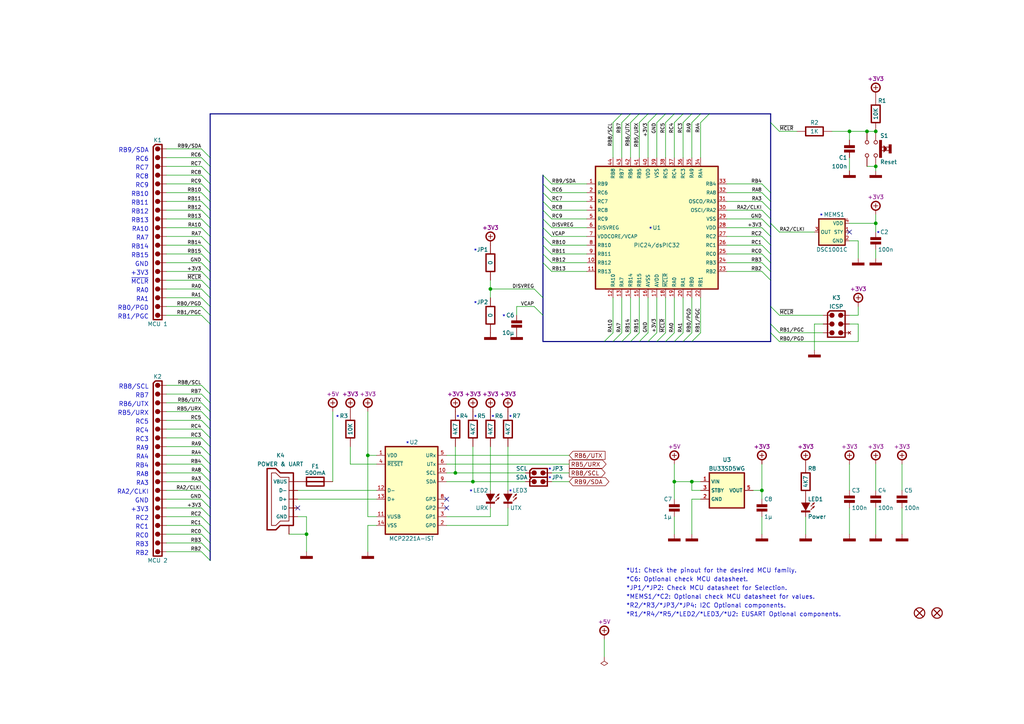
<source format=kicad_sch>
(kicad_sch (version 20211123) (generator eeschema)
  (paper "A4")
  (title_block (title "PIC16-Bit Nano Trainer") (date "01/2022") (rev "A"))
  (junction (at 132.08 137.16) (diameter 0.9144))
  (junction (at 200.66 139.7) (diameter 0.9144))
  (junction (at 220.98 142.24) (diameter 0.9144))
  (junction (at 137.16 139.7) (diameter 0.9144))
  (junction (at 246.38 38.1) (diameter 0.9144))
  (junction (at 88.9 154.94))
  (junction (at 251.46 38.1))
  (junction (at 254 64.77) (diameter 0.9144))
  (junction (at 142.24 83.82))
  (junction (at 254 48.26))
  (junction (at 106.68 132.08))
  (junction (at 254 38.1))
  (junction (at 195.58 139.7) (diameter 0.9144))
  (no_connect (at 246.38 67.31))
  (no_connect (at 129.54 144.78))
  (no_connect (at 129.54 147.32))
  (no_connect (at 86.36 147.32))
  (bus_entry (at 180.34 99.06) (size 2.54 -2.54))
  (bus_entry (at 182.88 99.06) (size 2.54 -2.54))
  (bus_entry (at 185.42 99.06) (size 2.54 -2.54))
  (bus_entry (at 187.96 99.06) (size 2.54 -2.54))
  (bus_entry (at 190.5 99.06) (size 2.54 -2.54))
  (bus_entry (at 193.04 99.06) (size 2.54 -2.54))
  (bus_entry (at 195.58 99.06) (size 2.54 -2.54))
  (bus_entry (at 198.12 99.06) (size 2.54 -2.54))
  (bus_entry (at 200.66 99.06) (size 2.54 -2.54))
  (bus_entry (at 223.52 88.9) (size 2.54 2.54))
  (bus_entry (at 223.52 93.98) (size 2.54 2.54))
  (bus_entry (at 223.52 96.52) (size 2.54 2.54))
  (bus_entry (at 175.26 99.06) (size 2.54 -2.54))
  (bus_entry (at 177.8 99.06) (size 2.54 -2.54))
  (bus_entry (at 157.48 50.8) (size 2.54 2.54))
  (bus_entry (at 157.48 53.34) (size 2.54 2.54))
  (bus_entry (at 157.48 55.88) (size 2.54 2.54))
  (bus_entry (at 157.48 58.42) (size 2.54 2.54))
  (bus_entry (at 157.48 60.96) (size 2.54 2.54))
  (bus_entry (at 157.48 63.5) (size 2.54 2.54))
  (bus_entry (at 157.48 66.04) (size 2.54 2.54))
  (bus_entry (at 157.48 68.58) (size 2.54 2.54))
  (bus_entry (at 157.48 71.12) (size 2.54 2.54))
  (bus_entry (at 157.48 73.66) (size 2.54 2.54))
  (bus_entry (at 157.48 76.2) (size 2.54 2.54))
  (bus_entry (at 223.52 35.56) (size 2.54 2.54))
  (bus_entry (at 177.8 35.56) (size 2.54 -2.54))
  (bus_entry (at 180.34 35.56) (size 2.54 -2.54))
  (bus_entry (at 182.88 35.56) (size 2.54 -2.54))
  (bus_entry (at 185.42 35.56) (size 2.54 -2.54))
  (bus_entry (at 187.96 35.56) (size 2.54 -2.54))
  (bus_entry (at 190.5 35.56) (size 2.54 -2.54))
  (bus_entry (at 193.04 35.56) (size 2.54 -2.54))
  (bus_entry (at 195.58 35.56) (size 2.54 -2.54))
  (bus_entry (at 198.12 35.56) (size 2.54 -2.54))
  (bus_entry (at 200.66 35.56) (size 2.54 -2.54))
  (bus_entry (at 220.98 58.42) (size 2.54 2.54))
  (bus_entry (at 220.98 60.96) (size 2.54 2.54))
  (bus_entry (at 220.98 63.5) (size 2.54 2.54))
  (bus_entry (at 220.98 66.04) (size 2.54 2.54))
  (bus_entry (at 220.98 68.58) (size 2.54 2.54))
  (bus_entry (at 220.98 71.12) (size 2.54 2.54))
  (bus_entry (at 220.98 73.66) (size 2.54 2.54))
  (bus_entry (at 220.98 76.2) (size 2.54 2.54))
  (bus_entry (at 220.98 78.74) (size 2.54 2.54))
  (bus_entry (at 58.42 114.3) (size 2.54 2.54))
  (bus_entry (at 154.94 83.82) (size 2.54 2.54))
  (bus_entry (at 58.42 43.18) (size 2.54 2.54))
  (bus_entry (at 58.42 48.26) (size 2.54 2.54))
  (bus_entry (at 58.42 50.8) (size 2.54 2.54))
  (bus_entry (at 58.42 53.34) (size 2.54 2.54))
  (bus_entry (at 58.42 55.88) (size 2.54 2.54))
  (bus_entry (at 58.42 58.42) (size 2.54 2.54))
  (bus_entry (at 58.42 60.96) (size 2.54 2.54))
  (bus_entry (at 58.42 63.5) (size 2.54 2.54))
  (bus_entry (at 58.42 66.04) (size 2.54 2.54))
  (bus_entry (at 58.42 68.58) (size 2.54 2.54))
  (bus_entry (at 58.42 71.12) (size 2.54 2.54))
  (bus_entry (at 58.42 73.66) (size 2.54 2.54))
  (bus_entry (at 58.42 76.2) (size 2.54 2.54))
  (bus_entry (at 58.42 78.74) (size 2.54 2.54))
  (bus_entry (at 58.42 81.28) (size 2.54 2.54))
  (bus_entry (at 58.42 83.82) (size 2.54 2.54))
  (bus_entry (at 58.42 86.36) (size 2.54 2.54))
  (bus_entry (at 58.42 88.9) (size 2.54 2.54))
  (bus_entry (at 58.42 91.44) (size 2.54 2.54))
  (bus_entry (at 58.42 111.76) (size 2.54 2.54))
  (bus_entry (at 58.42 116.84) (size 2.54 2.54))
  (bus_entry (at 58.42 119.38) (size 2.54 2.54))
  (bus_entry (at 58.42 121.92) (size 2.54 2.54))
  (bus_entry (at 58.42 124.46) (size 2.54 2.54))
  (bus_entry (at 58.42 127) (size 2.54 2.54))
  (bus_entry (at 58.42 129.54) (size 2.54 2.54))
  (bus_entry (at 58.42 132.08) (size 2.54 2.54))
  (bus_entry (at 58.42 134.62) (size 2.54 2.54))
  (bus_entry (at 58.42 137.16) (size 2.54 2.54))
  (bus_entry (at 58.42 139.7) (size 2.54 2.54))
  (bus_entry (at 58.42 142.24) (size 2.54 2.54))
  (bus_entry (at 58.42 144.78) (size 2.54 2.54))
  (bus_entry (at 58.42 147.32) (size 2.54 2.54))
  (bus_entry (at 58.42 149.86) (size 2.54 2.54))
  (bus_entry (at 58.42 152.4) (size 2.54 2.54))
  (bus_entry (at 58.42 154.94) (size 2.54 2.54))
  (bus_entry (at 58.42 157.48) (size 2.54 2.54))
  (bus_entry (at 58.42 160.02) (size 2.54 2.54))
  (bus_entry (at 220.98 53.34) (size 2.54 2.54))
  (bus_entry (at 220.98 55.88) (size 2.54 2.54))
  (bus_entry (at 157.48 91.44) (size -2.54 -2.54))
  (bus_entry (at 58.42 45.72) (size 2.54 2.54))
  (bus_entry (at 223.52 64.77) (size 2.54 2.54))
  (bus_entry (at 203.2 35.56) (size 2.54 -2.54))
  (bus (pts (xy 157.48 58.42) (xy 157.48 60.96)))
  (wire (pts (xy 48.26 63.5) (xy 58.42 63.5)))
  (wire (pts (xy 48.26 134.62) (xy 58.42 134.62)))
  (wire (pts (xy 48.26 78.74) (xy 58.42 78.74)))
  (bus (pts (xy 223.52 33.02) (xy 223.52 35.56)))
  (wire (pts (xy 160.02 68.58) (xy 170.18 68.58)))
  (wire (pts (xy 149.86 88.9) (xy 149.86 91.44)))
  (wire (pts (xy 149.86 88.9) (xy 154.94 88.9)))
  (wire (pts (xy 210.82 60.96) (xy 220.98 60.96)))
  (wire (pts (xy 106.68 152.4) (xy 106.68 160.02)))
  (wire (pts (xy 109.22 152.4) (xy 106.68 152.4)))
  (wire (pts (xy 48.26 116.84) (xy 58.42 116.84)))
  (bus (pts (xy 223.52 73.66) (xy 223.52 76.2)))
  (wire (pts (xy 246.38 38.1) (xy 246.38 40.64)))
  (wire (pts (xy 187.96 86.36) (xy 187.96 96.52)))
  (wire (pts (xy 48.26 50.8) (xy 58.42 50.8)))
  (wire (pts (xy 129.54 152.4) (xy 147.32 152.4)))
  (wire (pts (xy 147.32 152.4) (xy 147.32 147.32)))
  (bus (pts (xy 60.96 78.74) (xy 60.96 81.28)))
  (wire (pts (xy 48.26 144.78) (xy 58.42 144.78)))
  (wire (pts (xy 210.82 73.66) (xy 220.98 73.66)))
  (bus (pts (xy 200.66 99.06) (xy 223.52 99.06)))
  (wire (pts (xy 254 62.23) (xy 254 64.77)))
  (wire (pts (xy 254 64.77) (xy 254 67.31)))
  (wire (pts (xy 129.54 134.62) (xy 165.1 134.62)))
  (bus (pts (xy 60.96 160.02) (xy 60.96 162.56)))
  (wire (pts (xy 187.96 35.56) (xy 187.96 45.72)))
  (bus (pts (xy 60.96 81.28) (xy 60.96 83.82)))
  (wire (pts (xy 246.38 45.72) (xy 246.38 49.53)))
  (bus (pts (xy 60.96 121.92) (xy 60.96 124.46)))
  (bus (pts (xy 223.52 63.5) (xy 223.52 64.77)))
  (wire (pts (xy 86.36 149.86) (xy 88.9 149.86)))
  (wire (pts (xy 88.9 149.86) (xy 88.9 154.94)))
  (bus (pts (xy 157.48 66.04) (xy 157.48 68.58)))
  (wire (pts (xy 48.26 121.92) (xy 58.42 121.92)))
  (bus (pts (xy 60.96 137.16) (xy 60.96 139.7)))
  (wire (pts (xy 147.32 142.24) (xy 147.32 129.54)))
  (bus (pts (xy 223.52 96.52) (xy 223.52 99.06)))
  (wire (pts (xy 254 134.62) (xy 254 142.24)))
  (bus (pts (xy 190.5 99.06) (xy 193.04 99.06)))
  (bus (pts (xy 60.96 139.7) (xy 60.96 142.24)))
  (wire (pts (xy 261.62 134.62) (xy 261.62 142.24)))
  (wire (pts (xy 48.26 55.88) (xy 58.42 55.88)))
  (bus (pts (xy 223.52 66.04) (xy 223.52 68.58)))
  (wire (pts (xy 218.44 142.24) (xy 220.98 142.24)))
  (wire (pts (xy 48.26 71.12) (xy 58.42 71.12)))
  (wire (pts (xy 195.58 139.7) (xy 200.66 139.7)))
  (wire (pts (xy 200.66 139.7) (xy 203.2 139.7)))
  (bus (pts (xy 223.52 76.2) (xy 223.52 78.74)))
  (wire (pts (xy 198.12 86.36) (xy 198.12 96.52)))
  (wire (pts (xy 48.26 48.26) (xy 58.42 48.26)))
  (bus (pts (xy 223.52 60.96) (xy 223.52 63.5)))
  (bus (pts (xy 60.96 66.04) (xy 60.96 68.58)))
  (wire (pts (xy 48.26 43.18) (xy 58.42 43.18)))
  (wire (pts (xy 248.92 69.85) (xy 248.92 74.93)))
  (wire (pts (xy 160.02 76.2) (xy 170.18 76.2)))
  (bus (pts (xy 60.96 116.84) (xy 60.96 119.38)))
  (wire (pts (xy 226.06 91.44) (xy 238.76 91.44)))
  (bus (pts (xy 223.52 58.42) (xy 223.52 60.96)))
  (wire (pts (xy 48.26 88.9) (xy 58.42 88.9)))
  (bus (pts (xy 198.12 99.06) (xy 200.66 99.06)))
  (bus (pts (xy 223.52 68.58) (xy 223.52 71.12)))
  (bus (pts (xy 157.48 68.58) (xy 157.48 71.12)))
  (bus (pts (xy 157.48 53.34) (xy 157.48 55.88)))
  (wire (pts (xy 160.02 73.66) (xy 170.18 73.66)))
  (wire (pts (xy 48.26 129.54) (xy 58.42 129.54)))
  (bus (pts (xy 60.96 83.82) (xy 60.96 86.36)))
  (wire (pts (xy 48.26 127) (xy 58.42 127)))
  (bus (pts (xy 60.96 147.32) (xy 60.96 149.86)))
  (bus (pts (xy 60.96 142.24) (xy 60.96 144.78)))
  (bus (pts (xy 185.42 33.02) (xy 187.96 33.02)))
  (wire (pts (xy 246.38 69.85) (xy 248.92 69.85)))
  (bus (pts (xy 60.96 144.78) (xy 60.96 147.32)))
  (bus (pts (xy 60.96 93.98) (xy 60.96 114.3)))
  (bus (pts (xy 182.88 33.02) (xy 185.42 33.02)))
  (wire (pts (xy 48.26 60.96) (xy 58.42 60.96)))
  (wire (pts (xy 233.68 149.86) (xy 233.68 154.94)))
  (bus (pts (xy 60.96 86.36) (xy 60.96 88.9)))
  (wire (pts (xy 137.16 129.54) (xy 137.16 139.7)))
  (wire (pts (xy 175.26 185.42) (xy 175.26 190.5)))
  (bus (pts (xy 60.96 114.3) (xy 60.96 116.84)))
  (bus (pts (xy 60.96 157.48) (xy 60.96 160.02)))
  (wire (pts (xy 195.58 134.62) (xy 195.58 139.7)))
  (wire (pts (xy 195.58 139.7) (xy 195.58 144.78)))
  (wire (pts (xy 48.26 83.82) (xy 58.42 83.82)))
  (bus (pts (xy 60.96 152.4) (xy 60.96 154.94)))
  (wire (pts (xy 182.88 86.36) (xy 182.88 96.52)))
  (bus (pts (xy 205.74 33.02) (xy 223.52 33.02)))
  (bus (pts (xy 203.2 33.02) (xy 205.74 33.02)))
  (wire (pts (xy 48.26 152.4) (xy 58.42 152.4)))
  (bus (pts (xy 180.34 33.02) (xy 182.88 33.02)))
  (wire (pts (xy 160.02 63.5) (xy 170.18 63.5)))
  (wire (pts (xy 48.26 124.46) (xy 58.42 124.46)))
  (bus (pts (xy 223.52 71.12) (xy 223.52 73.66)))
  (wire (pts (xy 254 48.26) (xy 254 49.53)))
  (wire (pts (xy 226.06 38.1) (xy 231.14 38.1)))
  (wire (pts (xy 48.26 154.94) (xy 58.42 154.94)))
  (bus (pts (xy 60.96 71.12) (xy 60.96 73.66)))
  (wire (pts (xy 160.02 53.34) (xy 170.18 53.34)))
  (wire (pts (xy 160.02 137.16) (xy 165.1 137.16)))
  (wire (pts (xy 203.2 35.56) (xy 203.2 45.72)))
  (bus (pts (xy 60.96 132.08) (xy 60.96 134.62)))
  (wire (pts (xy 182.88 35.56) (xy 182.88 45.72)))
  (bus (pts (xy 175.26 99.06) (xy 177.8 99.06)))
  (bus (pts (xy 223.52 55.88) (xy 223.52 58.42)))
  (wire (pts (xy 226.06 99.06) (xy 248.92 99.06)))
  (wire (pts (xy 246.38 93.98) (xy 248.92 93.98)))
  (wire (pts (xy 248.92 93.98) (xy 248.92 99.06)))
  (wire (pts (xy 48.26 132.08) (xy 58.42 132.08)))
  (bus (pts (xy 157.48 91.44) (xy 157.48 99.06)))
  (wire (pts (xy 246.38 134.62) (xy 246.38 142.24)))
  (wire (pts (xy 210.82 71.12) (xy 220.98 71.12)))
  (bus (pts (xy 182.88 99.06) (xy 185.42 99.06)))
  (wire (pts (xy 210.82 76.2) (xy 220.98 76.2)))
  (bus (pts (xy 60.96 88.9) (xy 60.96 91.44)))
  (bus (pts (xy 157.48 71.12) (xy 157.48 73.66)))
  (bus (pts (xy 60.96 127) (xy 60.96 129.54)))
  (wire (pts (xy 48.26 66.04) (xy 58.42 66.04)))
  (wire (pts (xy 220.98 149.86) (xy 220.98 154.94)))
  (bus (pts (xy 60.96 154.94) (xy 60.96 157.48)))
  (wire (pts (xy 132.08 129.54) (xy 132.08 137.16)))
  (wire (pts (xy 251.46 38.1) (xy 254 38.1)))
  (wire (pts (xy 200.66 35.56) (xy 200.66 45.72)))
  (bus (pts (xy 198.12 33.02) (xy 200.66 33.02)))
  (bus (pts (xy 60.96 129.54) (xy 60.96 132.08)))
  (wire (pts (xy 129.54 139.7) (xy 137.16 139.7)))
  (wire (pts (xy 137.16 139.7) (xy 152.4 139.7)))
  (bus (pts (xy 60.96 33.02) (xy 60.96 45.72)))
  (bus (pts (xy 60.96 33.02) (xy 180.34 33.02)))
  (bus (pts (xy 157.48 50.8) (xy 157.48 53.34)))
  (bus (pts (xy 157.48 99.06) (xy 175.26 99.06)))
  (wire (pts (xy 48.26 119.38) (xy 58.42 119.38)))
  (wire (pts (xy 48.26 53.34) (xy 58.42 53.34)))
  (wire (pts (xy 180.34 86.36) (xy 180.34 96.52)))
  (bus (pts (xy 60.96 149.86) (xy 60.96 152.4)))
  (bus (pts (xy 60.96 53.34) (xy 60.96 55.88)))
  (wire (pts (xy 254 147.32) (xy 254 154.94)))
  (wire (pts (xy 48.26 139.7) (xy 58.42 139.7)))
  (bus (pts (xy 60.96 63.5) (xy 60.96 66.04)))
  (wire (pts (xy 48.26 147.32) (xy 58.42 147.32)))
  (bus (pts (xy 60.96 50.8) (xy 60.96 53.34)))
  (wire (pts (xy 251.46 48.26) (xy 254 48.26)))
  (wire (pts (xy 236.22 93.98) (xy 236.22 101.6)))
  (wire (pts (xy 238.76 93.98) (xy 236.22 93.98)))
  (bus (pts (xy 157.48 73.66) (xy 157.48 76.2)))
  (wire (pts (xy 96.52 119.38) (xy 96.52 139.7)))
  (wire (pts (xy 185.42 86.36) (xy 185.42 96.52)))
  (bus (pts (xy 60.96 73.66) (xy 60.96 76.2)))
  (wire (pts (xy 226.06 67.31) (xy 236.22 67.31)))
  (bus (pts (xy 180.34 99.06) (xy 182.88 99.06)))
  (bus (pts (xy 60.96 48.26) (xy 60.96 50.8)))
  (wire (pts (xy 48.26 81.28) (xy 58.42 81.28)))
  (bus (pts (xy 60.96 60.96) (xy 60.96 63.5)))
  (wire (pts (xy 180.34 35.56) (xy 180.34 45.72)))
  (wire (pts (xy 48.26 160.02) (xy 58.42 160.02)))
  (wire (pts (xy 142.24 142.24) (xy 142.24 129.54)))
  (bus (pts (xy 195.58 99.06) (xy 198.12 99.06)))
  (wire (pts (xy 254 72.39) (xy 254 74.93)))
  (bus (pts (xy 185.42 99.06) (xy 187.96 99.06)))
  (wire (pts (xy 48.26 137.16) (xy 58.42 137.16)))
  (wire (pts (xy 48.26 91.44) (xy 58.42 91.44)))
  (bus (pts (xy 60.96 68.58) (xy 60.96 71.12)))
  (bus (pts (xy 223.52 78.74) (xy 223.52 81.28)))
  (wire (pts (xy 101.6 134.62) (xy 101.6 129.54)))
  (wire (pts (xy 109.22 134.62) (xy 101.6 134.62)))
  (wire (pts (xy 200.66 144.78) (xy 200.66 154.94)))
  (wire (pts (xy 203.2 144.78) (xy 200.66 144.78)))
  (wire (pts (xy 193.04 35.56) (xy 193.04 45.72)))
  (bus (pts (xy 60.96 124.46) (xy 60.96 127)))
  (wire (pts (xy 177.8 35.56) (xy 177.8 45.72)))
  (wire (pts (xy 210.82 78.74) (xy 220.98 78.74)))
  (wire (pts (xy 48.26 157.48) (xy 58.42 157.48)))
  (wire (pts (xy 203.2 86.36) (xy 203.2 96.52)))
  (wire (pts (xy 210.82 53.34) (xy 220.98 53.34)))
  (bus (pts (xy 60.96 134.62) (xy 60.96 137.16)))
  (bus (pts (xy 177.8 99.06) (xy 180.34 99.06)))
  (bus (pts (xy 60.96 119.38) (xy 60.96 121.92)))
  (wire (pts (xy 160.02 139.7) (xy 165.1 139.7)))
  (wire (pts (xy 160.02 58.42) (xy 170.18 58.42)))
  (bus (pts (xy 157.48 60.96) (xy 157.48 63.5)))
  (bus (pts (xy 193.04 99.06) (xy 195.58 99.06)))
  (bus (pts (xy 200.66 33.02) (xy 203.2 33.02)))
  (bus (pts (xy 187.96 33.02) (xy 190.5 33.02)))
  (wire (pts (xy 48.26 149.86) (xy 58.42 149.86)))
  (wire (pts (xy 48.26 68.58) (xy 58.42 68.58)))
  (wire (pts (xy 200.66 86.36) (xy 200.66 96.52)))
  (wire (pts (xy 185.42 35.56) (xy 185.42 45.72)))
  (wire (pts (xy 48.26 142.24) (xy 58.42 142.24)))
  (bus (pts (xy 60.96 91.44) (xy 60.96 93.98)))
  (wire (pts (xy 246.38 64.77) (xy 254 64.77)))
  (wire (pts (xy 210.82 58.42) (xy 220.98 58.42)))
  (bus (pts (xy 223.52 35.56) (xy 223.52 55.88)))
  (wire (pts (xy 48.26 111.76) (xy 58.42 111.76)))
  (wire (pts (xy 210.82 68.58) (xy 220.98 68.58)))
  (wire (pts (xy 241.3 38.1) (xy 246.38 38.1)))
  (wire (pts (xy 246.38 38.1) (xy 251.46 38.1)))
  (bus (pts (xy 223.52 88.9) (xy 223.52 93.98)))
  (wire (pts (xy 160.02 66.04) (xy 170.18 66.04)))
  (wire (pts (xy 210.82 66.04) (xy 220.98 66.04)))
  (wire (pts (xy 48.26 58.42) (xy 58.42 58.42)))
  (bus (pts (xy 190.5 33.02) (xy 193.04 33.02)))
  (wire (pts (xy 190.5 35.56) (xy 190.5 45.72)))
  (wire (pts (xy 160.02 78.74) (xy 170.18 78.74)))
  (wire (pts (xy 86.36 144.78) (xy 109.22 144.78)))
  (bus (pts (xy 157.48 86.36) (xy 157.48 91.44)))
  (wire (pts (xy 142.24 83.82) (xy 154.94 83.82)))
  (wire (pts (xy 129.54 149.86) (xy 142.24 149.86)))
  (wire (pts (xy 142.24 147.32) (xy 142.24 149.86)))
  (wire (pts (xy 160.02 71.12) (xy 170.18 71.12)))
  (bus (pts (xy 60.96 55.88) (xy 60.96 58.42)))
  (bus (pts (xy 60.96 76.2) (xy 60.96 78.74)))
  (wire (pts (xy 246.38 147.32) (xy 246.38 154.94)))
  (wire (pts (xy 48.26 114.3) (xy 58.42 114.3)))
  (wire (pts (xy 195.58 86.36) (xy 195.58 96.52)))
  (wire (pts (xy 195.58 149.86) (xy 195.58 154.94)))
  (wire (pts (xy 248.92 88.9) (xy 248.92 91.44)))
  (wire (pts (xy 48.26 45.72) (xy 58.42 45.72)))
  (wire (pts (xy 106.68 149.86) (xy 106.68 132.08)))
  (wire (pts (xy 109.22 149.86) (xy 106.68 149.86)))
  (bus (pts (xy 60.96 45.72) (xy 60.96 48.26)))
  (bus (pts (xy 193.04 33.02) (xy 195.58 33.02)))
  (bus (pts (xy 223.52 93.98) (xy 223.52 96.52)))
  (wire (pts (xy 210.82 63.5) (xy 220.98 63.5)))
  (wire (pts (xy 177.8 86.36) (xy 177.8 96.52)))
  (bus (pts (xy 157.48 76.2) (xy 157.48 86.36)))
  (wire (pts (xy 160.02 55.88) (xy 170.18 55.88)))
  (wire (pts (xy 129.54 132.08) (xy 165.1 132.08)))
  (wire (pts (xy 193.04 86.36) (xy 193.04 96.52)))
  (wire (pts (xy 142.24 81.28) (xy 142.24 83.82)))
  (wire (pts (xy 142.24 83.82) (xy 142.24 86.36)))
  (wire (pts (xy 200.66 142.24) (xy 200.66 139.7)))
  (wire (pts (xy 203.2 142.24) (xy 200.66 142.24)))
  (wire (pts (xy 48.26 76.2) (xy 58.42 76.2)))
  (wire (pts (xy 83.82 154.94) (xy 88.9 154.94)))
  (wire (pts (xy 246.38 91.44) (xy 248.92 91.44)))
  (bus (pts (xy 195.58 33.02) (xy 198.12 33.02)))
  (wire (pts (xy 160.02 60.96) (xy 170.18 60.96)))
  (bus (pts (xy 187.96 99.06) (xy 190.5 99.06)))
  (wire (pts (xy 210.82 55.88) (xy 220.98 55.88)))
  (wire (pts (xy 106.68 132.08) (xy 109.22 132.08)))
  (wire (pts (xy 88.9 154.94) (xy 88.9 160.02)))
  (bus (pts (xy 60.96 58.42) (xy 60.96 60.96)))
  (bus (pts (xy 157.48 55.88) (xy 157.48 58.42)))
  (wire (pts (xy 48.26 73.66) (xy 58.42 73.66)))
  (wire (pts (xy 190.5 86.36) (xy 190.5 96.52)))
  (wire (pts (xy 86.36 142.24) (xy 109.22 142.24)))
  (wire (pts (xy 198.12 35.56) (xy 198.12 45.72)))
  (bus (pts (xy 223.52 81.28) (xy 223.52 88.9)))
  (wire (pts (xy 220.98 134.62) (xy 220.98 142.24)))
  (wire (pts (xy 220.98 142.24) (xy 220.98 144.78)))
  (wire (pts (xy 226.06 96.52) (xy 238.76 96.52)))
  (wire (pts (xy 261.62 147.32) (xy 261.62 154.94)))
  (wire (pts (xy 129.54 137.16) (xy 132.08 137.16)))
  (wire (pts (xy 132.08 137.16) (xy 152.4 137.16)))
  (bus (pts (xy 157.48 63.5) (xy 157.48 66.04)))
  (wire (pts (xy 48.26 86.36) (xy 58.42 86.36)))
  (wire (pts (xy 106.68 119.38) (xy 106.68 132.08)))
  (wire (pts (xy 195.58 35.56) (xy 195.58 45.72)))
  (bus (pts (xy 223.52 64.77) (xy 223.52 66.04)))
  (text "RC9" (at 43.18 54.61 180) (effects (font (size 1.27 1.27)) (justify right bottom)))
  (text "RA2/CLKI" (at 43.18 143.51 180) (effects (font (size 1.27 1.27)) (justify right bottom)))
  (text "RB12" (at 43.18 62.23 180) (effects (font (size 1.27 1.27)) (justify right bottom)))
  (text "*" (at 148.59 143.51 180) (effects (font (size 1.15 1.15)) (justify right bottom)))
  (text "*" (at 138.43 73.66 180) (effects (font (size 1.15 1.15)) (justify right bottom)))
  (text "RC7" (at 43.18 49.53 180) (effects (font (size 1.27 1.27)) (justify right bottom)))
  (text "RB8/SCL" (at 43.18 113.03 180) (effects (font (size 1.27 1.27)) (justify right bottom)))
  (text "GND" (at 43.18 146.05 180) (effects (font (size 1.27 1.27)) (justify right bottom)))
  (text "RB14" (at 43.18 72.39 180) (effects (font (size 1.27 1.27)) (justify right bottom)))
  (text "RB2" (at 43.18 161.29 180) (effects (font (size 1.27 1.27)) (justify right bottom)))
  (text "*" (at 160.02 137.16 180) (effects (font (size 1.15 1.15)) (justify right bottom)))
  (text "*" (at 255.27 68.58 180) (effects (font (size 1.15 1.15)) (justify right bottom)))
  (text "RB13" (at 43.18 64.77 180) (effects (font (size 1.27 1.27)) (justify right bottom)))
  (text "RC0" (at 43.18 156.21 180) (effects (font (size 1.27 1.27)) (justify right bottom)))
  (text "RA9" (at 43.18 130.81 180) (effects (font (size 1.27 1.27)) (justify right bottom)))
  (text "*" (at 148.59 121.92 180) (effects (font (size 1.15 1.15)) (justify right bottom)))
  (text "~{MCLR}" (at 43.18 82.55 180) (effects (font (size 1.27 1.27)) (justify right bottom)))
  (text "RA10" (at 43.18 67.31 180) (effects (font (size 1.27 1.27)) (justify right bottom)))
  (text "RB11" (at 43.18 59.69 180) (effects (font (size 1.27 1.27)) (justify right bottom)))
  (text "RC1" (at 43.18 153.67 180) (effects (font (size 1.27 1.27)) (justify right bottom)))
  (text "RB15" (at 43.18 74.93 180) (effects (font (size 1.27 1.27)) (justify right bottom)))
  (text "RA3" (at 43.18 140.97 180) (effects (font (size 1.27 1.27)) (justify right bottom)))
  (text "RC4" (at 43.18 125.73 180) (effects (font (size 1.27 1.27)) (justify right bottom)))
  (text "RB5/URX" (at 43.18 120.65 180) (effects (font (size 1.27 1.27)) (justify right bottom)))
  (text "*R1/*R4/*R5/*LED2/*LED3/*U2: EUSART Optional components." (at 181.61 179.07 0) (effects (font (size 1.27 1.27)) (justify left bottom)))
  (text "RC8" (at 43.18 52.07 180) (effects (font (size 1.27 1.27)) (justify right bottom)))
  (text "RB10" (at 43.18 57.15 180) (effects (font (size 1.27 1.27)) (justify right bottom)))
  (text "RA7" (at 43.18 69.85 180) (effects (font (size 1.27 1.27)) (justify right bottom)))
  (text "RB1/PGC" (at 43.18 92.71 180) (effects (font (size 1.27 1.27)) (justify right bottom)))
  (text "*" (at 137.16 143.51 180) (effects (font (size 1.15 1.15)) (justify right bottom)))
  (text "*U1: Check the pinout for the desired MCU family." (at 181.61 166.37 0) (effects (font (size 1.27 1.27)) (justify left bottom)))
  (text "RC2" (at 43.18 151.13 180) (effects (font (size 1.27 1.27)) (justify right bottom)))
  (text "*C6: Optional check MCU datasheet.\n" (at 181.61 168.91 0) (effects (font (size 1.27 1.27)) (justify left bottom)))
  (text "RA1" (at 43.18 87.63 180) (effects (font (size 1.27 1.27)) (justify right bottom)))
  (text "+3V3" (at 43.18 80.01 180) (effects (font (size 1.27 1.27)) (justify right bottom)))
  (text "RB0/PGD" (at 43.18 90.17 180) (effects (font (size 1.27 1.27)) (justify right bottom)))
  (text "*" (at 238.76 63.5 180) (effects (font (size 1.15 1.15)) (justify right bottom)))
  (text "RB7" (at 43.18 115.57 180) (effects (font (size 1.27 1.27)) (justify right bottom)))
  (text "RA8" (at 43.18 138.43 180) (effects (font (size 1.27 1.27)) (justify right bottom)))
  (text "*" (at 146.685 92.71 180) (effects (font (size 1.15 1.15)) (justify right bottom)))
  (text "RB6/UTX" (at 43.18 118.11 180) (effects (font (size 1.27 1.27)) (justify right bottom)))
  (text "*JP1/*JP2: Check MCU datasheet for Selection." (at 181.61 171.45 0) (effects (font (size 1.27 1.27)) (justify left bottom)))
  (text "*" (at 133.35 121.92 180) (effects (font (size 1.15 1.15)) (justify right bottom)))
  (text "RA0" (at 43.18 85.09 180) (effects (font (size 1.27 1.27)) (justify right bottom)))
  (text "*" (at 143.51 121.92 180) (effects (font (size 1.15 1.15)) (justify right bottom)))
  (text "*" (at 138.43 121.92 180) (effects (font (size 1.15 1.15)) (justify right bottom)))
  (text "RB3" (at 43.18 158.75 180) (effects (font (size 1.27 1.27)) (justify right bottom)))
  (text "GND" (at 43.18 77.47 180) (effects (font (size 1.27 1.27)) (justify right bottom)))
  (text "*" (at 98.425 121.92 180) (effects (font (size 1.15 1.15)) (justify right bottom)))
  (text "*" (at 160.02 139.7 180) (effects (font (size 1.15 1.15)) (justify right bottom)))
  (text "*R2/*R3/*JP3/*JP4: I2C Optional components." (at 181.61 176.53 0) (effects (font (size 1.27 1.27)) (justify left bottom)))
  (text "RC5" (at 43.18 123.19 180) (effects (font (size 1.27 1.27)) (justify right bottom)))
  (text "RC3" (at 43.18 128.27 180) (effects (font (size 1.27 1.27)) (justify right bottom)))
  (text "RA4" (at 43.18 133.35 180) (effects (font (size 1.27 1.27)) (justify right bottom)))
  (text "RB9/SDA" (at 43.18 44.45 180) (effects (font (size 1.27 1.27)) (justify right bottom)))
  (text "RB4" (at 43.18 135.89 180) (effects (font (size 1.27 1.27)) (justify right bottom)))
  (text "*MEMS1/*C2: Optional check MCU datasheet for values.\n" (at 181.61 173.99 0) (effects (font (size 1.27 1.27)) (justify left bottom)))
  (text "RC6" (at 43.18 46.99 180) (effects (font (size 1.27 1.27)) (justify right bottom)))
  (text "+3V3" (at 43.18 148.59 180) (effects (font (size 1.27 1.27)) (justify right bottom)))
  (text "*" (at 189.23 67.31 180) (effects (font (size 1.15 1.15)) (justify right bottom)))
  (text "*" (at 138.43 88.9 180) (effects (font (size 1.15 1.15)) (justify right bottom)))
  (text "*" (at 118.745 129.54 180) (effects (font (size 1.15 1.15)) (justify right bottom)))
  (label "RA0" (at 58.42 83.82 180) (effects (font (size 1 1))))
  (label "RA4" (at 58.42 132.08 180) (effects (font (size 1 1))))
  (label "RB7" (at 58.42 114.3 180) (effects (font (size 1 1))))
  (label "+3V3" (at 220.98 66.04 180) (effects (font (size 1 1))))
  (label "RA10" (at 58.42 66.04 180) (effects (font (size 1 1))))
  (label "DISVREG" (at 160.02 66.04 0) (effects (font (size 1 1))))
  (label "RB1{slash}PGC" (at 203.2 96.52 90) (effects (font (size 1 1))))
  (label "RA8" (at 58.42 137.16 180) (effects (font (size 1 1))))
  (label "RC5" (at 58.42 121.92 180) (effects (font (size 1 1))))
  (label "RC6" (at 58.42 45.72 180) (effects (font (size 1 1))))
  (label "RB0{slash}PGD" (at 200.66 96.52 90) (effects (font (size 1 1))))
  (label "RC1" (at 220.98 71.12 180) (effects (font (size 1 1))))
  (label "RA7" (at 58.42 68.58 180) (effects (font (size 1 1))))
  (label "RB14" (at 182.88 96.52 90) (effects (font (size 1 1))))
  (label "RB2" (at 220.98 78.74 180) (effects (font (size 1 1))))
  (label "RB12" (at 58.42 60.96 180) (effects (font (size 1 1))))
  (label "RA9" (at 58.42 129.54 180) (effects (font (size 1 1))))
  (label "RA0" (at 195.58 96.52 90) (effects (font (size 1 1))))
  (label "RB0{slash}PGD" (at 226.06 99.06 0) (effects (font (size 1 1))))
  (label "+3V3" (at 58.42 147.32 180) (effects (font (size 1 1))))
  (label "VCAP" (at 154.94 88.9 180) (effects (font (size 1 1))))
  (label "RB14" (at 58.42 71.12 180) (effects (font (size 1 1))))
  (label "+3V3" (at 187.96 35.56 270) (effects (font (size 1 1))))
  (label "RB8{slash}SCL" (at 177.8 35.56 270) (effects (font (size 1 1))))
  (label "RB1{slash}PGC" (at 58.42 91.44 180) (effects (font (size 1 1))))
  (label "RC8" (at 160.02 60.96 0) (effects (font (size 1 1))))
  (label "RC0" (at 220.98 73.66 180) (effects (font (size 1 1))))
  (label "RC9" (at 160.02 63.5 0) (effects (font (size 1 1))))
  (label "RB9{slash}SDA" (at 58.42 43.18 180) (effects (font (size 1 1))))
  (label "RB12" (at 160.02 76.2 0) (effects (font (size 1 1))))
  (label "RA3" (at 220.98 58.42 180) (effects (font (size 1 1))))
  (label "~{MCLR}" (at 226.06 38.1 0) (effects (font (size 1 1))))
  (label "RA2{slash}CLKI" (at 220.98 60.96 180) (effects (font (size 1 1))))
  (label "RB10" (at 58.42 55.88 180) (effects (font (size 1 1))))
  (label "GND" (at 220.98 63.5 180) (effects (font (size 1 1))))
  (label "RB13" (at 160.02 78.74 0) (effects (font (size 1 1))))
  (label "RB5{slash}URX" (at 185.42 35.56 270) (effects (font (size 1 1))))
  (label "+3V3" (at 58.42 78.74 180) (effects (font (size 1 1))))
  (label "RB9{slash}SDA" (at 160.02 53.34 0) (effects (font (size 1 1))))
  (label "RC4" (at 195.58 35.56 270) (effects (font (size 1 1))))
  (label "+3V3" (at 190.5 96.52 90) (effects (font (size 1 1))))
  (label "RB13" (at 58.42 63.5 180) (effects (font (size 1 1))))
  (label "RA10" (at 177.8 96.52 90) (effects (font (size 1 1))))
  (label "RA7" (at 180.34 96.52 90) (effects (font (size 1 1))))
  (label "~{MCLR}" (at 226.06 91.44 0) (effects (font (size 1 1))))
  (label "RB15" (at 185.42 96.52 90) (effects (font (size 1 1))))
  (label "RC6" (at 160.02 55.88 0) (effects (font (size 1 1))))
  (label "RB10" (at 160.02 71.12 0) (effects (font (size 1 1))))
  (label "RB8{slash}SCL" (at 58.42 111.76 180) (effects (font (size 1 1))))
  (label "RC5" (at 193.04 35.56 270) (effects (font (size 1 1))))
  (label "RC4" (at 58.42 124.46 180) (effects (font (size 1 1))))
  (label "RB15" (at 58.42 73.66 180) (effects (font (size 1 1))))
  (label "~{MCLR}" (at 58.42 81.28 180) (effects (font (size 1 1))))
  (label "RB7" (at 180.34 35.56 270) (effects (font (size 1 1))))
  (label "DISVREG" (at 154.94 83.82 180) (effects (font (size 1 1))))
  (label "RA3" (at 58.42 139.7 180) (effects (font (size 1 1))))
  (label "RC2" (at 220.98 68.58 180) (effects (font (size 1 1))))
  (label "~{MCLR}" (at 193.04 96.52 90) (effects (font (size 1 1))))
  (label "RA2{slash}CLKI" (at 58.42 142.24 180) (effects (font (size 1 1))))
  (label "RC1" (at 58.42 152.4 180) (effects (font (size 1 1))))
  (label "GND" (at 187.96 96.52 90) (effects (font (size 1 1))))
  (label "RB0{slash}PGD" (at 58.42 88.9 180) (effects (font (size 1 1))))
  (label "RB2" (at 58.42 160.02 180) (effects (font (size 1 1))))
  (label "RB11" (at 58.42 58.42 180) (effects (font (size 1 1))))
  (label "GND" (at 190.5 35.56 270) (effects (font (size 1 1))))
  (label "RC3" (at 58.42 127 180) (effects (font (size 1 1))))
  (label "RB11" (at 160.02 73.66 0) (effects (font (size 1 1))))
  (label "RC7" (at 58.42 48.26 180) (effects (font (size 1 1))))
  (label "GND" (at 58.42 144.78 180) (effects (font (size 1 1))))
  (label "RC7" (at 160.02 58.42 0) (effects (font (size 1 1))))
  (label "RB3" (at 220.98 76.2 180) (effects (font (size 1 1))))
  (label "RA1" (at 198.12 96.52 90) (effects (font (size 1 1))))
  (label "RB3" (at 58.42 157.48 180) (effects (font (size 1 1))))
  (label "RC0" (at 58.42 154.94 180) (effects (font (size 1 1))))
  (label "RB4" (at 58.42 134.62 180) (effects (font (size 1 1))))
  (label "RC2" (at 58.42 149.86 180) (effects (font (size 1 1))))
  (label "VCAP" (at 160.02 68.58 0) (effects (font (size 1 1))))
  (label "RA8" (at 220.98 55.88 180) (effects (font (size 1 1))))
  (label "GND" (at 58.42 76.2 180) (effects (font (size 1 1))))
  (label "RC9" (at 58.42 53.34 180) (effects (font (size 1 1))))
  (label "RA9" (at 200.66 35.56 270) (effects (font (size 1 1))))
  (label "RC8" (at 58.42 50.8 180) (effects (font (size 1 1))))
  (label "RB1{slash}PGC" (at 226.06 96.52 0) (effects (font (size 1 1))))
  (label "RB6{slash}UTX" (at 58.42 116.84 180) (effects (font (size 1 1))))
  (label "RA4" (at 203.2 35.56 270) (effects (font (size 1 1))))
  (label "RB5{slash}URX" (at 58.42 119.38 180) (effects (font (size 1 1))))
  (label "RA2{slash}CLKI" (at 226.06 67.31 0) (effects (font (size 1 1))))
  (label "RA1" (at 58.42 86.36 180) (effects (font (size 1 1))))
  (label "RB4" (at 220.98 53.34 180) (effects (font (size 1 1))))
  (label "RC3" (at 198.12 35.56 270) (effects (font (size 1 1))))
  (label "RB6{slash}UTX" (at 182.88 35.56 270) (effects (font (size 1 1))))
  (global_label "RB9{slash}SDA" (shape bidirectional) (at 165.1 139.7 0) (effects (font (size 1.2 1.2))) (property "Intersheet References" "${INTERSHEET_REFS}" (effects hide)))
  (global_label "RB5{slash}URX" (shape output) (at 165.1 134.62 0) (effects (font (size 1.2 1.2))) (property "Intersheet References" "${INTERSHEET_REFS}" (effects hide)))
  (global_label "RB8{slash}SCL" (shape output) (at 165.1 137.16 0) (effects (font (size 1.2 1.2))) (property "Intersheet References" "${INTERSHEET_REFS}" (effects hide)))
  (global_label "RB6{slash}UTX" (shape input) (at 165.1 132.08 0) (effects (font (size 1.2 1.2))) (property "Intersheet References" "${INTERSHEET_REFS}" (effects hide)))
  (symbol (lib_id "tronixio:POWER-+3V3") (at 246.38 134.62 0) (unit 1)
    (property "Reference" "#PWR023" (effects hide))
    (property "Value" "POWER-+3V3" (effects hide))
    (property "Name" "+3V3" (at 246.38 129.54 0) (effects (font (size 1.15 1.15))))
  )
  (symbol (lib_id "tronixio:RESISTOR-0805-0") (at 142.24 91.44 0) (unit 1)
    (property "Reference" "JP2" (at 141.605 87.63 0) (effects (font (size 1.15 1.15)) (justify right)))
    (property "Value" "0" (at 142.24 91.44 90) (effects (font (size 1.15 1.15))))
    (property "Footprint" "tronixio:RESISTOR-0805" (effects hide))
    (property "Datasheet" "https://www.koaspeer.com/pdfs/RK73B.pdf" (effects hide))
    (property "Mouser" "660-RK73Z2ATTD" (effects hide))
    (property "Name" "RESISTOR-0805-0" (effects hide))
  )
  (symbol (lib_id "tronixio:POWER-GND") (at 233.68 154.94 0) (unit 1)
    (property "Reference" "#PWR020" (effects hide))
    (property "Value" "POWER-GND" (effects hide))
  )
  (symbol (lib_id "tronixio:HARWIN-200-M-1X02-JUMPER-TH-VERTICAL") (at 154.94 137.16 90) (unit 1)
    (property "Reference" "JP3" (at 160.02 135.89 90) (effects (font (size 1.15 1.15)) (justify right)))
    (property "Value" "SCL" (at 153.035 135.89 90) (effects (font (size 1.15 1.15)) (justify left)))
    (property "Footprint" "tronixio:HARWIN-M22-25102xx" (effects hide))
    (property "Datasheet" "https://www.harwin.com/products/M22-2510246/" (effects hide))
    (property "Mouser" "855-M22-25102" (effects hide))
    (property "Name" "HARWIN-200-M-1X02-JUMPER-TH-VERTICAL" (effects hide))
  )
  (symbol (lib_id "tronixio:MICROCHIP-MCP2221A-IST") (at 109.22 132.08 0) (unit 1)
    (property "Reference" "U2" (at 120.015 128.27 0) (effects (font (size 1.15 1.15))))
    (property "Value" "MCP2221A-IST" (at 119.38 156.21 0) (effects (font (size 1.15 1.15))))
    (property "Footprint" "tronixio:TSSOP-14" (effects hide))
    (property "Datasheet" "https://www.microchip.com/wwwproducts/en/MCP2221A" (effects hide))
    (property "Name" "MICROCHIP-MCP2221A-IST" (effects hide))
    (property "Mouser" "579-MCP2221A-I/ST" (effects hide))
  )
  (symbol (lib_id "tronixio:CAPACITOR-0805-100N") (at 246.38 43.18 0) (unit 1)
    (property "Reference" "C1" (at 245.745 45.72 0) (effects (font (size 1.15 1.15)) (justify right)))
    (property "Value" "100n" (at 245.745 48.26 0) (effects (font (size 1.15 1.15)) (justify right)))
    (property "Footprint" "tronixio:CAPACITOR-0805" (effects hide))
    (property "Datasheet" "https://content.kemet.com/datasheets/KEM_C1090_X7R_ESD.pdf" (effects hide))
    (property "Voltage" "50V" (effects hide))
    (property "Tolerance" "20%" (effects hide))
    (property "Mouser" "80-C0805C104M5R" (effects hide))
    (property "Name" "CAPACITOR-0805-100N" (effects hide))
  )
  (symbol (lib_id "tronixio:POWER-GND") (at 142.24 96.52 0) (unit 1)
    (property "Reference" "#PWR09" (effects hide))
    (property "Value" "POWER-GND" (effects hide))
  )
  (symbol (lib_id "tronixio:POWER-GND") (at 236.22 101.6 0) (unit 1)
    (property "Reference" "#PWR021" (effects hide))
    (property "Value" "POWER-GND" (effects hide))
  )
  (symbol (lib_id "tronixio:RESISTOR-0805-0") (at 142.24 76.2 0) (unit 1)
    (property "Reference" "JP1" (at 141.605 72.39 0) (effects (font (size 1.15 1.15)) (justify right)))
    (property "Value" "0" (at 142.24 76.2 90) (effects (font (size 1.15 1.15))))
    (property "Footprint" "tronixio:RESISTOR-0805" (effects hide))
    (property "Datasheet" "https://www.koaspeer.com/pdfs/RK73B.pdf" (effects hide))
    (property "Mouser" "660-RK73Z2ATTD" (effects hide))
    (property "Name" "RESISTOR-0805-0" (effects hide))
  )
  (symbol (lib_id "tronixio:POWER-+3V3") (at 137.16 119.38 0) (unit 1)
    (property "Reference" "#PWR07" (effects hide))
    (property "Value" "POWER-+3V3" (effects hide))
    (property "Name" "+3V3" (at 137.16 114.3 0) (effects (font (size 1.15 1.15))))
  )
  (symbol (lib_id "tronixio:KINGBRIGHT-LED-0805-BLUE") (at 142.24 144.78 270) (mirror x) (unit 1)
    (property "Reference" "LED2" (at 141.605 142.24 90) (effects (font (size 1.15 1.15)) (justify right)))
    (property "Value" "URX" (at 141.605 147.32 90) (effects (font (size 1.15 1.15)) (justify right)))
    (property "Footprint" "tronixio:LED-0805" (effects hide))
    (property "Datasheet" "http://www.kingbrightusa.com/images/catalog/SPEC/APT2012LVBC-D.pdf" (effects hide))
    (property "Mouser" "604-APT2012LVBCD" (effects hide))
    (property "Name" "KINGBRIGHT-LED-0805-BLUE" (effects hide))
  )
  (symbol (lib_id "tronixio:POWER-+3V3") (at 220.98 134.62 0) (unit 1)
    (property "Reference" "#PWR017" (effects hide))
    (property "Value" "POWER-+3V3" (effects hide))
    (property "Name" "+3V3" (at 220.98 129.54 0) (effects (font (size 1.15 1.15))))
  )
  (symbol (lib_id "tronixio:HARWIN-JUMPER-0200-03MM-BLACK") (at 266.7 177.8 0) (unit 1)
    (property "Reference" "H1" (effects hide))
    (property "Value" "HARWIN-JUMPER-0200-03MM-BLACK" (effects hide))
    (property "Footprint" "tronixio:HARWIN-M22-190-193" (effects hide))
    (property "Datasheet" "https://cdn.harwin.com/pdfs/M22-19X.pdf" (effects hide))
    (property "Mouser" "855-M22-19000" (effects hide))
  )
  (symbol (lib_id "tronixio:POWER-GND") (at 248.92 74.93 0) (unit 1)
    (property "Reference" "#PWR025" (effects hide))
    (property "Value" "POWER-GND" (effects hide))
  )
  (symbol (lib_id "tronixio:POWER-GND") (at 261.62 154.94 0) (unit 1)
    (property "Reference" "#PWR034" (effects hide))
    (property "Value" "POWER-GND" (effects hide))
  )
  (symbol (lib_id "tronixio:KINGBRIGHT-LED-0805-BLUE") (at 147.32 144.78 270) (mirror x) (unit 1)
    (property "Reference" "LED3" (at 148.59 142.24 90) (effects (font (size 1.15 1.15)) (justify left)))
    (property "Value" "UTX" (at 147.955 147.32 90) (effects (font (size 1.15 1.15)) (justify left)))
    (property "Footprint" "tronixio:LED-0805" (effects hide))
    (property "Datasheet" "http://www.kingbrightusa.com/images/catalog/SPEC/APT2012LVBC-D.pdf" (effects hide))
    (property "Mouser" "604-APT2012LVBCD" (effects hide))
    (property "Name" "KINGBRIGHT-LED-0805-BLUE" (effects hide))
  )
  (symbol (lib_id "tronixio:POWER-FLAG") (at 175.26 190.5 180) (unit 1)
    (property "Reference" "#FLG0101" (effects hide))
    (property "Value" "POWER-FLAG" (effects hide))
  )
  (symbol (lib_id "tronixio:FCI-USB-TYPE-B-MICRO-THT") (at 81.28 144.78 0) (unit 1)
    (property "Reference" "K4" (at 81.3705 132.08 0) (effects (font (size 1.15 1.15))))
    (property "Value" "POWER & UART" (at 81.28 134.62 0) (effects (font (size 1.15 1.15))))
    (property "Footprint" "tronixio:FCI-USB-TYPE-B-MICRO-THT" (effects hide))
    (property "Datasheet" "https://cdn.amphenol-icc.com/media/wysiwyg/files/drawing/10118193.pdf" (effects hide))
    (property "Mouser" "649-10118193-0001LF" (effects hide))
    (property "Name" "FCI-USB-TYPE-B-MICRO-THT" (effects hide))
  )
  (symbol (lib_id "tronixio:POWER-+3V3") (at 248.92 88.9 0) (unit 1)
    (property "Reference" "#PWR026" (effects hide))
    (property "Value" "POWER-+3V3" (effects hide))
    (property "Name" "+3V3" (at 248.92 83.82 0) (effects (font (size 1.15 1.15))))
  )
  (symbol (lib_id "tronixio:MICROCHIP-DSC1001C-245760-CDFN") (at 241.3 67.31 0) (mirror y) (unit 1)
    (property "Reference" "MEMS1" (at 241.935 62.23 0) (effects (font (size 1.15 1.15))))
    (property "Value" "DSC1001C" (at 241.3 72.39 0) (effects (font (size 1.15 1.15))))
    (property "Footprint" "tronixio:CDFN-3225" (effects hide))
    (property "Datasheet" "https://www.microchip.com/wwwproducts/en/DSC1001" (effects hide))
    (property "Name" "MICROCHIP-DSC1001C-245760-CDFN" (effects hide))
    (property "Mouser" "998-1001CI2-024.5760" (effects hide))
  )
  (symbol (lib_id "tronixio:POWER-+3V3") (at 254 62.23 0) (unit 1)
    (property "Reference" "#PWR029" (effects hide))
    (property "Value" "POWER-+3V3" (effects hide))
    (property "Name" "+3V3" (at 254 57.15 0) (effects (font (size 1.15 1.15))))
  )
  (symbol (lib_id "tronixio:RESISTOR-0805-4K7") (at 147.32 124.46 0) (unit 1)
    (property "Reference" "R7" (at 148.59 120.65 0) (effects (font (size 1.15 1.15)) (justify left)))
    (property "Value" "4K7" (at 147.32 124.46 90) (effects (font (size 1.15 1.15))))
    (property "Footprint" "tronixio:RESISTOR-0805" (effects hide))
    (property "Datasheet" "https://www.koaspeer.com/pdfs/RK73B.pdf" (effects hide))
    (property "Tolerance" "5%" (effects hide))
    (property "Mouser" "660-RK73B2ATTDD472J" (effects hide))
    (property "Name" "RESISTOR-0805-4K7" (effects hide))
  )
  (symbol (lib_id "tronixio:POWER-+3V3") (at 261.62 134.62 0) (unit 1)
    (property "Reference" "#PWR033" (effects hide))
    (property "Value" "POWER-+3V3" (effects hide))
    (property "Name" "+3V3" (at 261.62 129.54 0) (effects (font (size 1.15 1.15))))
  )
  (symbol (lib_id "tronixio:RESISTOR-0805-4K7") (at 233.68 139.7 0) (unit 1)
    (property "Reference" "R8" (at 234.315 135.89 0) (effects (font (size 1.15 1.15)) (justify left)))
    (property "Value" "4K7" (at 233.68 139.7 90) (effects (font (size 1.15 1.15))))
    (property "Footprint" "tronixio:RESISTOR-0805" (effects hide))
    (property "Datasheet" "https://www.koaspeer.com/pdfs/RK73B.pdf" (effects hide))
    (property "Tolerance" "5%" (effects hide))
    (property "Mouser" "660-RK73B2ATTDD472J" (effects hide))
    (property "Name" "RESISTOR-0805-4K7" (effects hide))
  )
  (symbol (lib_id "tronixio:RESISTOR-0805-10K") (at 101.6 124.46 0) (unit 1)
    (property "Reference" "R3" (at 100.965 120.65 0) (effects (font (size 1.15 1.15)) (justify right)))
    (property "Value" "10K" (at 101.6 124.46 90) (effects (font (size 1.15 1.15))))
    (property "Footprint" "tronixio:RESISTOR-0805" (effects hide))
    (property "Datasheet" "https://www.koaspeer.com/pdfs/RK73B.pdf" (effects hide))
    (property "Tolerance" "5%" (effects hide))
    (property "Mouser" "660-RK73B2ATTDD103J" (effects hide))
    (property "Name" "RESISTOR-0805-10K" (effects hide))
  )
  (symbol (lib_id "tronixio:POWER-GND") (at 254 154.94 0) (unit 1)
    (property "Reference" "#PWR032" (effects hide))
    (property "Value" "POWER-GND" (effects hide))
  )
  (symbol (lib_id "tronixio:RESISTOR-0805-4K7") (at 142.24 124.46 0) (unit 1)
    (property "Reference" "R6" (at 143.51 120.65 0) (effects (font (size 1.15 1.15)) (justify left)))
    (property "Value" "4K7" (at 142.24 124.46 90) (effects (font (size 1.15 1.15))))
    (property "Footprint" "tronixio:RESISTOR-0805" (effects hide))
    (property "Datasheet" "https://www.koaspeer.com/pdfs/RK73B.pdf" (effects hide))
    (property "Tolerance" "5%" (effects hide))
    (property "Mouser" "660-RK73B2ATTDD472J" (effects hide))
    (property "Name" "RESISTOR-0805-4K7" (effects hide))
  )
  (symbol (lib_id "tronixio:POWER-GND") (at 246.38 154.94 0) (unit 1)
    (property "Reference" "#PWR024" (effects hide))
    (property "Value" "POWER-GND" (effects hide))
  )
  (symbol (lib_id "tronixio:POWER-GND") (at 195.58 154.94 0) (unit 1)
    (property "Reference" "#PWR015" (effects hide))
    (property "Value" "POWER-GND" (effects hide))
  )
  (symbol (lib_id "tronixio:POWER-+5V") (at 175.26 185.42 0) (unit 1)
    (property "Reference" "#PWR013" (effects hide))
    (property "Value" "POWER-+5V" (effects hide))
    (property "Name" "+5V" (at 175.26 180.34 0) (effects (font (size 1.15 1.15))))
  )
  (symbol (lib_id "tronixio:HARWIN-200-M-1X02-JUMPER-TH-VERTICAL") (at 154.94 139.7 90) (unit 1)
    (property "Reference" "JP4" (at 160.02 138.43 90) (effects (font (size 1.15 1.15)) (justify right)))
    (property "Value" "SDA" (at 153.035 138.43 90) (effects (font (size 1.15 1.15)) (justify left)))
    (property "Footprint" "tronixio:HARWIN-M22-25102xx" (effects hide))
    (property "Datasheet" "https://www.harwin.com/products/M22-2510246/" (effects hide))
    (property "Mouser" "855-M22-25102" (effects hide))
    (property "Name" "HARWIN-200-M-1X02-JUMPER-TH-VERTICAL" (effects hide))
  )
  (symbol (lib_id "tronixio:MICROCHIP-ICSP-M-2X03") (at 238.76 91.44 0) (unit 1)
    (property "Reference" "K3" (at 242.57 86.36 0) (effects (font (size 1.15 1.15))))
    (property "Value" "ICSP" (at 242.57 88.9 0) (effects (font (size 1.15 1.15))))
    (property "Footprint" "tronixio:HARWIN-M20-998034x" (effects hide))
    (property "Datasheet" "https://ww1.microchip.com/downloads/en/DeviceDoc/30277d.pdf" (effects hide))
    (property "Name" "MICROCHIP-ICSP-M-2X03" (effects hide))
    (property "Mouser" "855-M20-9980346" (effects hide))
  )
  (symbol (lib_id "tronixio:POWER-+3V3") (at 254 27.94 0) (unit 1)
    (property "Reference" "#PWR027" (effects hide))
    (property "Value" "POWER-+3V3" (effects hide))
    (property "Name" "+3V3" (at 254 22.86 0) (effects (font (size 1.15 1.15))))
  )
  (symbol (lib_id "tronixio:KINGBRIGHT-LED-0805-BLUE") (at 233.68 147.32 270) (mirror x) (unit 1)
    (property "Reference" "LED1" (at 234.315 144.78 90) (effects (font (size 1.15 1.15)) (justify left)))
    (property "Value" "Power" (at 234.315 149.86 90) (effects (font (size 1.15 1.15)) (justify left)))
    (property "Footprint" "tronixio:LED-0805" (effects hide))
    (property "Datasheet" "http://www.kingbrightusa.com/images/catalog/SPEC/APT2012LVBC-D.pdf" (effects hide))
    (property "Mouser" "604-APT2012LVBCD" (effects hide))
    (property "Name" "KINGBRIGHT-LED-0805-BLUE" (effects hide))
  )
  (symbol (lib_id "tronixio:CAPACITOR-0805-100N") (at 254 144.78 0) (unit 1)
    (property "Reference" "C4" (at 254.635 142.24 0) (effects (font (size 1.15 1.15)) (justify left)))
    (property "Value" "100n" (at 254.635 147.32 0) (effects (font (size 1.15 1.15)) (justify left)))
    (property "Footprint" "tronixio:CAPACITOR-0805" (effects hide))
    (property "Datasheet" "https://content.kemet.com/datasheets/KEM_C1090_X7R_ESD.pdf" (effects hide))
    (property "Voltage" "50V" (effects hide))
    (property "Tolerance" "20%" (effects hide))
    (property "Mouser" "80-C0805C104M5R" (effects hide))
    (property "Name" "CAPACITOR-0805-100N" (effects hide))
  )
  (symbol (lib_id "tronixio:POWER-+3V3") (at 132.08 119.38 0) (unit 1)
    (property "Reference" "#PWR06" (effects hide))
    (property "Value" "POWER-+3V3" (effects hide))
    (property "Name" "+3V3" (at 132.08 114.3 0) (effects (font (size 1.15 1.15))))
  )
  (symbol (lib_id "tronixio:POWER-GND") (at 149.86 96.52 0) (unit 1)
    (property "Reference" "#PWR012" (effects hide))
    (property "Value" "POWER-GND" (effects hide))
  )
  (symbol (lib_id "tronixio:POWER-GND") (at 246.38 49.53 0) (unit 1)
    (property "Reference" "#PWR022" (effects hide))
    (property "Value" "POWER-GND" (effects hide))
  )
  (symbol (lib_id "tronixio:POWER-+5V") (at 195.58 134.62 0) (unit 1)
    (property "Reference" "#PWR014" (effects hide))
    (property "Value" "POWER-+5V" (effects hide))
    (property "Name" "+5V" (at 195.58 129.54 0) (effects (font (size 1.15 1.15))))
  )
  (symbol (lib_id "tronixio:BOURNS-FUSE-MF-PSMF050X") (at 91.44 139.7 0) (unit 1)
    (property "Reference" "F1" (at 91.44 135.255 0) (effects (font (size 1.15 1.15))))
    (property "Value" "500mA" (at 91.44 137.16 0) (effects (font (size 1.15 1.15))))
    (property "Footprint" "tronixio:FUSE-0805" (effects hide))
    (property "Datasheet" "https://www.bourns.com/pdfs/mfnsmf.pdf" (effects hide))
    (property "Name" "BOURNS-FUSE-MF-PSMF050X" (effects hide))
    (property "Mouser" "652-MF-PSMF050X-2" (effects hide))
  )
  (symbol (lib_id "tronixio:RESISTOR-0805-4K7") (at 137.16 124.46 0) (unit 1)
    (property "Reference" "R5" (at 138.43 120.65 0) (effects (font (size 1.15 1.15)) (justify left)))
    (property "Value" "4K7" (at 137.16 124.46 90) (effects (font (size 1.15 1.15))))
    (property "Footprint" "tronixio:RESISTOR-0805" (effects hide))
    (property "Datasheet" "https://www.koaspeer.com/pdfs/RK73B.pdf" (effects hide))
    (property "Tolerance" "5%" (effects hide))
    (property "Mouser" "660-RK73B2ATTDD472J" (effects hide))
    (property "Name" "RESISTOR-0805-4K7" (effects hide))
  )
  (symbol (lib_id "tronixio:POWER-+3V3") (at 233.68 134.62 0) (unit 1)
    (property "Reference" "#PWR019" (effects hide))
    (property "Value" "POWER-+3V3" (effects hide))
    (property "Name" "+3V3" (at 233.68 129.54 0) (effects (font (size 1.15 1.15))))
  )
  (symbol (lib_id "tronixio:RESISTOR-0805-10K") (at 254 33.02 0) (unit 1)
    (property "Reference" "R1" (at 254.635 29.21 0) (effects (font (size 1.15 1.15)) (justify left)))
    (property "Value" "10K" (at 254 33.02 90) (effects (font (size 1.15 1.15))))
    (property "Footprint" "tronixio:RESISTOR-0805" (effects hide))
    (property "Datasheet" "https://www.koaspeer.com/pdfs/RK73B.pdf" (effects hide))
    (property "Tolerance" "5%" (effects hide))
    (property "Mouser" "660-RK73B2ATTDD103J" (effects hide))
    (property "Name" "RESISTOR-0805-10K" (effects hide))
  )
  (symbol (lib_id "tronixio:POWER-+3V3") (at 142.24 119.38 0) (unit 1)
    (property "Reference" "#PWR010" (effects hide))
    (property "Value" "POWER-+3V3" (effects hide))
    (property "Name" "+3V3" (at 142.24 114.3 0) (effects (font (size 1.15 1.15))))
  )
  (symbol (lib_id "tronixio:RESISTOR-0805-1K") (at 236.22 38.1 90) (mirror x) (unit 1)
    (property "Reference" "R2" (at 236.22 35.56 90) (effects (font (size 1.15 1.15))))
    (property "Value" "1K" (at 236.22 38.1 90) (effects (font (size 1.15 1.15))))
    (property "Footprint" "tronixio:RESISTOR-0805" (effects hide))
    (property "Datasheet" "https://www.koaspeer.com/pdfs/RK73B.pdf" (effects hide))
    (property "Tolerance" "5%" (effects hide))
    (property "Mouser" "660-RK73B2ATTDD102J" (effects hide))
    (property "Name" "RESISTOR-0805-1K" (effects hide))
  )
  (symbol (lib_id "tronixio:POWER-GND") (at 254 49.53 0) (unit 1)
    (property "Reference" "#PWR028" (effects hide))
    (property "Value" "POWER-GND" (effects hide))
  )
  (symbol (lib_id "tronixio:POWER-+5V") (at 96.52 119.38 0) (unit 1)
    (property "Reference" "#PWR02" (effects hide))
    (property "Value" "POWER-+5V" (effects hide))
    (property "Name" "+5V" (at 96.52 114.3 0) (effects (font (size 1.15 1.15))))
  )
  (symbol (lib_id "tronixio:HARWIN-JUMPER-0200-03MM-BLACK") (at 271.78 177.8 0) (unit 1)
    (property "Reference" "H2" (effects hide))
    (property "Value" "HARWIN-JUMPER-0200-03MM-BLACK" (effects hide))
    (property "Footprint" "tronixio:HARWIN-M22-190-193" (effects hide))
    (property "Datasheet" "https://cdn.harwin.com/pdfs/M22-19X.pdf" (effects hide))
    (property "Mouser" "855-M22-19000" (effects hide))
  )
  (symbol (lib_id "tronixio:CAPACITOR-0805-1U") (at 195.58 147.32 0) (unit 1)
    (property "Reference" "C7" (at 194.945 144.78 0) (effects (font (size 1.15 1.15)) (justify right)))
    (property "Value" "1µ" (at 194.945 149.86 0) (effects (font (size 1.15 1.15)) (justify right)))
    (property "Footprint" "tronixio:CAPACITOR-0805" (effects hide))
    (property "Datasheet" "https://content.kemet.com/datasheets/KEM_C1090_X7R_ESD.pdf" (effects hide))
    (property "Voltage" "50V" (effects hide))
    (property "Tolerance" "20%" (effects hide))
    (property "Mouser" "80-C0805C105M5R" (effects hide))
    (property "Name" "CAPACITOR-0805-1U" (effects hide))
  )
  (symbol (lib_id "tronixio:POWER-GND") (at 220.98 154.94 0) (unit 1)
    (property "Reference" "#PWR018" (effects hide))
    (property "Value" "POWER-GND" (effects hide))
  )
  (symbol (lib_id "tronixio:SAMTEC-254-M-TSW-1X20-22-T-S") (at 45.72 111.76 0) (mirror y) (unit 1)
    (property "Reference" "K2" (at 45.72 109.22 0) (effects (font (size 1.15 1.15))))
    (property "Value" "MCU 2" (at 45.72 162.56 0) (effects (font (size 1.15 1.15))))
    (property "Footprint" "tronixio:SAMTEC-TSW-120-22-T-S" (effects hide))
    (property "Datasheet" "http://suddendocs.samtec.com/catalog_english/tsw_th.pdf" (effects hide))
    (property "Mouser" "200-TSW12022TS" (effects hide))
    (property "Name" "SAMTEC-254-M-TSW-1X20-22-T-S_1" (effects hide))
  )
  (symbol (lib_id "tronixio:ALPS-SKRPAC") (at 254 43.18 270) (unit 1)
    (property "Reference" "S1" (at 255.27 39.37 90) (effects (font (size 1.15 1.15)) (justify left)))
    (property "Value" "Reset" (at 255.27 46.99 90) (effects (font (size 1.15 1.15)) (justify left)))
    (property "Footprint" "tronixio:ALPS-SKRPAC" (effects hide))
    (property "Datasheet" "http://www.alps.com/prod/info/E/HTML/Tact/SurfaceMount/SKRP/SKRPACE010.html" (effects hide))
    (property "Mouser" "688-SKRPACE010" (effects hide))
    (property "Name" "ALPS-SKRPAC" (effects hide))
  )
  (symbol (lib_id "tronixio:POWER-+3V3") (at 106.68 119.38 0) (unit 1)
    (property "Reference" "#PWR04" (effects hide))
    (property "Value" "POWER-+3V3" (effects hide))
    (property "Name" "+3V3" (at 106.68 114.3 0) (effects (font (size 1.15 1.15))))
  )
  (symbol (lib_id "tronixio:SAMTEC-254-M-TSW-1X20-22-T-S") (at 45.72 43.18 0) (mirror y) (unit 1)
    (property "Reference" "K1" (at 45.72 40.64 0) (effects (font (size 1.15 1.15))))
    (property "Value" "MCU 1" (at 45.72 93.98 0) (effects (font (size 1.15 1.15))))
    (property "Footprint" "tronixio:SAMTEC-TSW-120-22-T-S" (effects hide))
    (property "Datasheet" "http://suddendocs.samtec.com/catalog_english/tsw_th.pdf" (effects hide))
    (property "Mouser" "200-TSW12022TS" (effects hide))
    (property "Name" "SAMTEC-254-M-TSW-1X20-22-T-S_1" (effects hide))
  )
  (symbol (lib_id "tronixio:CAPACITOR-0805-100N") (at 254 69.85 0) (unit 1)
    (property "Reference" "C2" (at 255.27 67.31 0) (effects (font (size 1.15 1.15)) (justify left)))
    (property "Value" "100n" (at 254.635 72.39 0) (effects (font (size 1.15 1.15)) (justify left)))
    (property "Footprint" "tronixio:CAPACITOR-0805" (effects hide))
    (property "Datasheet" "https://content.kemet.com/datasheets/KEM_C1090_X7R_ESD.pdf" (effects hide))
    (property "Voltage" "50V" (effects hide))
    (property "Tolerance" "20%" (effects hide))
    (property "Mouser" "80-C0805C104M5R" (effects hide))
    (property "Name" "CAPACITOR-0805-100N" (effects hide))
  )
  (symbol (lib_id "tronixio:CAPACITOR-0805-100N") (at 261.62 144.78 0) (unit 1)
    (property "Reference" "C5" (at 262.255 142.24 0) (effects (font (size 1.15 1.15)) (justify left)))
    (property "Value" "100n" (at 262.255 147.32 0) (effects (font (size 1.15 1.15)) (justify left)))
    (property "Footprint" "tronixio:CAPACITOR-0805" (effects hide))
    (property "Datasheet" "https://content.kemet.com/datasheets/KEM_C1090_X7R_ESD.pdf" (effects hide))
    (property "Voltage" "50V" (effects hide))
    (property "Tolerance" "20%" (effects hide))
    (property "Mouser" "80-C0805C104M5R" (effects hide))
    (property "Name" "CAPACITOR-0805-100N" (effects hide))
  )
  (symbol (lib_id "tronixio:POWER-GND") (at 254 74.93 0) (unit 1)
    (property "Reference" "#PWR030" (effects hide))
    (property "Value" "POWER-GND" (effects hide))
  )
  (symbol (lib_id "tronixio:CAPACITOR-0805-10U") (at 149.86 93.98 0) (unit 1)
    (property "Reference" "C6" (at 149.225 91.44 0) (effects (font (size 1.15 1.15)) (justify right)))
    (property "Value" "10µ" (at 149.225 96.52 0) (effects (font (size 1.15 1.15)) (justify right)))
    (property "Footprint" "tronixio:CAPACITOR-0805" (effects hide))
    (property "Datasheet" "https://content.kemet.com/datasheets/KEM_C1090_X7R_ESD.pdf" (effects hide))
    (property "Voltage" "25V" (effects hide))
    (property "Tolerance" "20%" (effects hide))
    (property "Mouser" "80-C0805C106M3P" (effects hide))
    (property "Name" "CAPACITOR-0805-10U" (effects hide))
  )
  (symbol (lib_id "tronixio:POWER-GND") (at 106.68 160.02 0) (unit 1)
    (property "Reference" "#PWR05" (effects hide))
    (property "Value" "POWER-GND" (effects hide))
  )
  (symbol (lib_id "tronixio:POWER-+3V3") (at 254 134.62 0) (unit 1)
    (property "Reference" "#PWR031" (effects hide))
    (property "Value" "POWER-+3V3" (effects hide))
    (property "Name" "+3V3" (at 254 129.54 0) (effects (font (size 1.15 1.15))))
  )
  (symbol (lib_id "tronixio:POWER-+3V3") (at 142.24 71.12 0) (unit 1)
    (property "Reference" "#PWR08" (effects hide))
    (property "Value" "POWER-+3V3" (effects hide))
    (property "Name" "+3V3" (at 142.24 66.04 0) (effects (font (size 1.15 1.15))))
  )
  (symbol (lib_id "tronixio:POWER-GND") (at 200.66 154.94 0) (unit 1)
    (property "Reference" "#PWR016" (effects hide))
    (property "Value" "POWER-GND" (effects hide))
  )
  (symbol (lib_id "tronixio:CAPACITOR-0805-1U") (at 220.98 147.32 0) (unit 1)
    (property "Reference" "C8" (at 221.615 144.78 0) (effects (font (size 1.15 1.15)) (justify left)))
    (property "Value" "1µ" (at 221.615 149.86 0) (effects (font (size 1.15 1.15)) (justify left)))
    (property "Footprint" "tronixio:CAPACITOR-0805" (effects hide))
    (property "Datasheet" "https://content.kemet.com/datasheets/KEM_C1090_X7R_ESD.pdf" (effects hide))
    (property "Voltage" "50V" (effects hide))
    (property "Tolerance" "20%" (effects hide))
    (property "Mouser" "80-C0805C105M5R" (effects hide))
    (property "Name" "CAPACITOR-0805-1U" (effects hide))
  )
  (symbol (lib_id "tronixio:RESISTOR-0805-4K7") (at 132.08 124.46 0) (unit 1)
    (property "Reference" "R4" (at 133.35 120.65 0) (effects (font (size 1.15 1.15)) (justify left)))
    (property "Value" "4K7" (at 132.08 124.46 90) (effects (font (size 1.15 1.15))))
    (property "Footprint" "tronixio:RESISTOR-0805" (effects hide))
    (property "Datasheet" "https://www.koaspeer.com/pdfs/RK73B.pdf" (effects hide))
    (property "Tolerance" "5%" (effects hide))
    (property "Mouser" "660-RK73B2ATTDD472J" (effects hide))
    (property "Name" "RESISTOR-0805-4K7" (effects hide))
  )
  (symbol (lib_id "tronixio:POWER-GND") (at 88.9 160.02 0) (unit 1)
    (property "Reference" "#PWR01" (effects hide))
    (property "Value" "POWER-GND" (effects hide))
  )
  (symbol (lib_id "tronixio:ROHM-BU33SD5WG-500-SOT-23") (at 210.82 142.24 0) (unit 1)
    (property "Reference" "U3" (at 210.82 133.35 0) (effects (font (size 1.15 1.15))))
    (property "Value" "BU33SD5WG" (at 210.82 135.89 0) (effects (font (size 1.15 1.15))))
    (property "Footprint" "tronixio:SOT-23-5" (effects hide))
    (property "Datasheet" "https://fscdn.rohm.com/en/products/databook/datasheet/ic/power/linear_regulator/buxxsd5wg-e.pdf" (effects hide))
    (property "Name" "ROHM-BU33SD5WG-500-SOT-23" (effects hide))
    (property "Mouser" "755-BU33SD5WG-TR" (effects hide))
  )
  (symbol (lib_id "tronixio:POWER-+3V3") (at 101.6 119.38 0) (unit 1)
    (property "Reference" "#PWR03" (effects hide))
    (property "Value" "POWER-+3V3" (effects hide))
    (property "Name" "+3V3" (at 101.6 114.3 0) (effects (font (size 1.15 1.15))))
  )
  (symbol (lib_id "tronixio:POWER-+3V3") (at 147.32 119.38 0) (unit 1)
    (property "Reference" "#PWR011" (effects hide))
    (property "Value" "POWER-+3V3" (effects hide))
    (property "Name" "+3V3" (at 147.32 114.3 0) (effects (font (size 1.15 1.15))))
  )
  (symbol (lib_id "tronixio:CAPACITOR-0805-100N") (at 246.38 144.78 0) (unit 1)
    (property "Reference" "C3" (at 247.015 142.24 0) (effects (font (size 1.15 1.15)) (justify left)))
    (property "Value" "100n" (at 247.015 147.32 0) (effects (font (size 1.15 1.15)) (justify left)))
    (property "Footprint" "tronixio:CAPACITOR-0805" (effects hide))
    (property "Datasheet" "https://content.kemet.com/datasheets/KEM_C1090_X7R_ESD.pdf" (effects hide))
    (property "Voltage" "50V" (effects hide))
    (property "Tolerance" "20%" (effects hide))
    (property "Mouser" "80-C0805C104M5R" (effects hide))
    (property "Name" "CAPACITOR-0805-100N" (effects hide))
  )
  (symbol (lib_id "tronixio:MICROCHIP-PIC24FJ64GA104-IPT") (at 190.5 66.04 0) (unit 1)
    (property "Reference" "U1" (at 190.5 66.04 0) (effects (font (size 1.15 1.15))))
    (property "Value" "PIC24/dsPIC32" (at 190.5 71.12 0) (effects (font (size 1.15 1.15))))
    (property "Footprint" "tronixio:TQFP-44" (effects hide))
    (property "Datasheet" "https://www.microchip.com/en-us/product/PIC24FJ64GA104" (effects hide))
    (property "Name" "MICROCHIP-PIC24FJ64GA104-IPT" (effects hide))
    (property "Mouser" "579-FJ64GA104-I/PT" (effects hide))
  )
)
</source>
